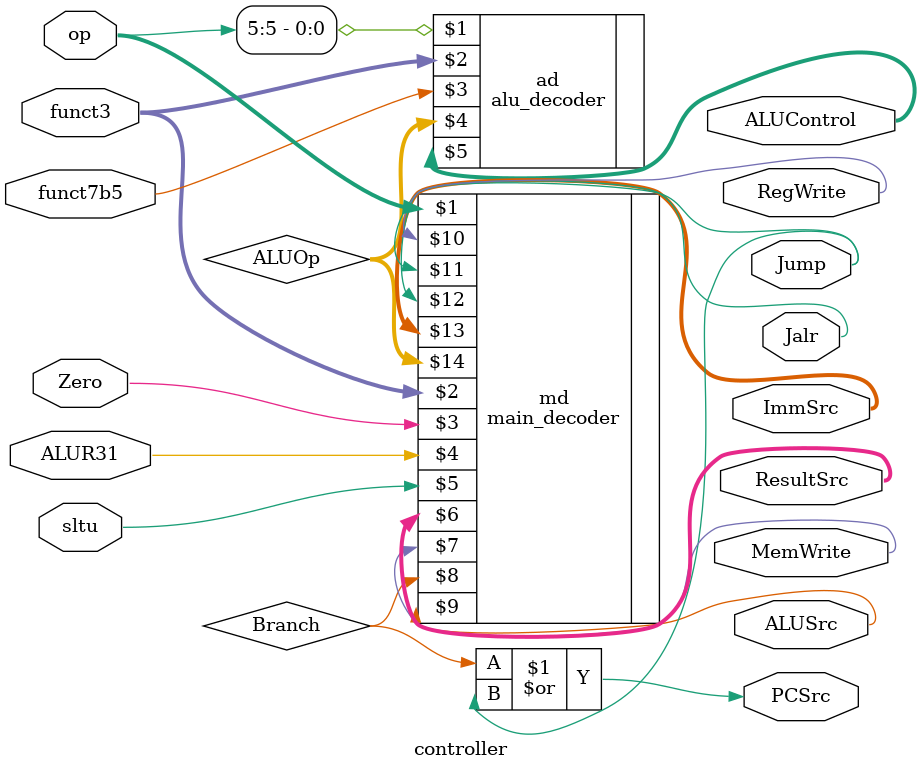
<source format=v>


module controller (
    input [6:0]  op,
    input [2:0]  funct3,
    input        funct7b5,
    input        Zero, ALUR31, sltu,
    output       [1:0] ResultSrc,
    output       MemWrite,
    output       PCSrc, ALUSrc,
    output       RegWrite, Jump, Jalr,
    output [1:0] ImmSrc,
    output [3:0] ALUControl
);

wire [1:0] ALUOp;
wire       Branch;

main_decoder    md (op, funct3, Zero, ALUR31, sltu, ResultSrc, MemWrite, Branch,
                    ALUSrc, RegWrite, Jump, Jalr, ImmSrc, ALUOp);

alu_decoder     ad (op[5], funct3, funct7b5, ALUOp, ALUControl);

// for jump and branch
assign PCSrc = Branch | Jump;

endmodule


</source>
